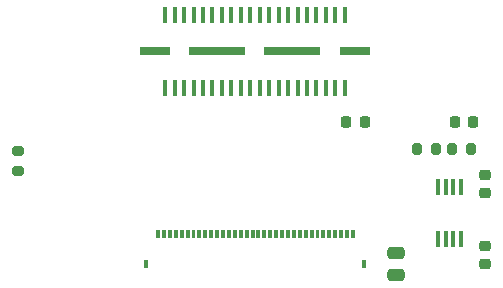
<source format=gbp>
G04 #@! TF.GenerationSoftware,KiCad,Pcbnew,8.0.4-1.fc40*
G04 #@! TF.CreationDate,2024-09-25T16:47:45-07:00*
G04 #@! TF.ProjectId,syzygy-dsi,73797a79-6779-42d6-9473-692e6b696361,A*
G04 #@! TF.SameCoordinates,Original*
G04 #@! TF.FileFunction,Paste,Bot*
G04 #@! TF.FilePolarity,Positive*
%FSLAX46Y46*%
G04 Gerber Fmt 4.6, Leading zero omitted, Abs format (unit mm)*
G04 Created by KiCad (PCBNEW 8.0.4-1.fc40) date 2024-09-25 16:47:45*
%MOMM*%
%LPD*%
G01*
G04 APERTURE LIST*
G04 Aperture macros list*
%AMRoundRect*
0 Rectangle with rounded corners*
0 $1 Rounding radius*
0 $2 $3 $4 $5 $6 $7 $8 $9 X,Y pos of 4 corners*
0 Add a 4 corners polygon primitive as box body*
4,1,4,$2,$3,$4,$5,$6,$7,$8,$9,$2,$3,0*
0 Add four circle primitives for the rounded corners*
1,1,$1+$1,$2,$3*
1,1,$1+$1,$4,$5*
1,1,$1+$1,$6,$7*
1,1,$1+$1,$8,$9*
0 Add four rect primitives between the rounded corners*
20,1,$1+$1,$2,$3,$4,$5,0*
20,1,$1+$1,$4,$5,$6,$7,0*
20,1,$1+$1,$6,$7,$8,$9,0*
20,1,$1+$1,$8,$9,$2,$3,0*%
G04 Aperture macros list end*
%ADD10C,0.010000*%
%ADD11RoundRect,0.200000X0.275000X-0.200000X0.275000X0.200000X-0.275000X0.200000X-0.275000X-0.200000X0*%
%ADD12R,2.540000X0.640000*%
%ADD13R,4.700000X0.640000*%
%ADD14R,0.460000X1.450000*%
%ADD15RoundRect,0.200000X-0.200000X-0.275000X0.200000X-0.275000X0.200000X0.275000X-0.200000X0.275000X0*%
%ADD16RoundRect,0.225000X0.225000X0.250000X-0.225000X0.250000X-0.225000X-0.250000X0.225000X-0.250000X0*%
%ADD17RoundRect,0.225000X-0.250000X0.225000X-0.250000X-0.225000X0.250000X-0.225000X0.250000X0.225000X0*%
%ADD18RoundRect,0.200000X0.200000X0.275000X-0.200000X0.275000X-0.200000X-0.275000X0.200000X-0.275000X0*%
%ADD19RoundRect,0.250000X0.475000X-0.250000X0.475000X0.250000X-0.475000X0.250000X-0.475000X-0.250000X0*%
%ADD20R,0.400000X0.800000*%
%ADD21R,0.450000X1.450000*%
%ADD22RoundRect,0.225000X-0.225000X-0.250000X0.225000X-0.250000X0.225000X0.250000X-0.225000X0.250000X0*%
%ADD23RoundRect,0.225000X0.250000X-0.225000X0.250000X0.225000X-0.250000X0.225000X-0.250000X-0.225000X0*%
G04 APERTURE END LIST*
D10*
G04 #@! TO.C,J2*
X134275320Y-81550000D02*
X134025320Y-81550000D01*
X134025320Y-80900000D01*
X134275320Y-80900000D01*
X134275320Y-81550000D01*
G36*
X134275320Y-81550000D02*
G01*
X134025320Y-81550000D01*
X134025320Y-80900000D01*
X134275320Y-80900000D01*
X134275320Y-81550000D01*
G37*
X134775320Y-81550000D02*
X134525320Y-81550000D01*
X134525320Y-80900000D01*
X134775320Y-80900000D01*
X134775320Y-81550000D01*
G36*
X134775320Y-81550000D02*
G01*
X134525320Y-81550000D01*
X134525320Y-80900000D01*
X134775320Y-80900000D01*
X134775320Y-81550000D01*
G37*
X135275320Y-81550000D02*
X135025320Y-81550000D01*
X135025320Y-80900000D01*
X135275320Y-80900000D01*
X135275320Y-81550000D01*
G36*
X135275320Y-81550000D02*
G01*
X135025320Y-81550000D01*
X135025320Y-80900000D01*
X135275320Y-80900000D01*
X135275320Y-81550000D01*
G37*
X135775320Y-81550000D02*
X135525320Y-81550000D01*
X135525320Y-80900000D01*
X135775320Y-80900000D01*
X135775320Y-81550000D01*
G36*
X135775320Y-81550000D02*
G01*
X135525320Y-81550000D01*
X135525320Y-80900000D01*
X135775320Y-80900000D01*
X135775320Y-81550000D01*
G37*
X136275320Y-81550000D02*
X136025320Y-81550000D01*
X136025320Y-80900000D01*
X136275320Y-80900000D01*
X136275320Y-81550000D01*
G36*
X136275320Y-81550000D02*
G01*
X136025320Y-81550000D01*
X136025320Y-80900000D01*
X136275320Y-80900000D01*
X136275320Y-81550000D01*
G37*
X136775320Y-81550000D02*
X136525320Y-81550000D01*
X136525320Y-80900000D01*
X136775320Y-80900000D01*
X136775320Y-81550000D01*
G36*
X136775320Y-81550000D02*
G01*
X136525320Y-81550000D01*
X136525320Y-80900000D01*
X136775320Y-80900000D01*
X136775320Y-81550000D01*
G37*
X137275320Y-81550000D02*
X137025320Y-81550000D01*
X137025320Y-80900000D01*
X137275320Y-80900000D01*
X137275320Y-81550000D01*
G36*
X137275320Y-81550000D02*
G01*
X137025320Y-81550000D01*
X137025320Y-80900000D01*
X137275320Y-80900000D01*
X137275320Y-81550000D01*
G37*
X137775320Y-81550000D02*
X137525320Y-81550000D01*
X137525320Y-80900000D01*
X137775320Y-80900000D01*
X137775320Y-81550000D01*
G36*
X137775320Y-81550000D02*
G01*
X137525320Y-81550000D01*
X137525320Y-80900000D01*
X137775320Y-80900000D01*
X137775320Y-81550000D01*
G37*
X138275320Y-81550000D02*
X138025320Y-81550000D01*
X138025320Y-80900000D01*
X138275320Y-80900000D01*
X138275320Y-81550000D01*
G36*
X138275320Y-81550000D02*
G01*
X138025320Y-81550000D01*
X138025320Y-80900000D01*
X138275320Y-80900000D01*
X138275320Y-81550000D01*
G37*
X138775320Y-81550000D02*
X138525320Y-81550000D01*
X138525320Y-80900000D01*
X138775320Y-80900000D01*
X138775320Y-81550000D01*
G36*
X138775320Y-81550000D02*
G01*
X138525320Y-81550000D01*
X138525320Y-80900000D01*
X138775320Y-80900000D01*
X138775320Y-81550000D01*
G37*
X139275320Y-81550000D02*
X139025320Y-81550000D01*
X139025320Y-80900000D01*
X139275320Y-80900000D01*
X139275320Y-81550000D01*
G36*
X139275320Y-81550000D02*
G01*
X139025320Y-81550000D01*
X139025320Y-80900000D01*
X139275320Y-80900000D01*
X139275320Y-81550000D01*
G37*
X139775320Y-81550000D02*
X139525320Y-81550000D01*
X139525320Y-80900000D01*
X139775320Y-80900000D01*
X139775320Y-81550000D01*
G36*
X139775320Y-81550000D02*
G01*
X139525320Y-81550000D01*
X139525320Y-80900000D01*
X139775320Y-80900000D01*
X139775320Y-81550000D01*
G37*
X140275320Y-81550000D02*
X140025320Y-81550000D01*
X140025320Y-80900000D01*
X140275320Y-80900000D01*
X140275320Y-81550000D01*
G36*
X140275320Y-81550000D02*
G01*
X140025320Y-81550000D01*
X140025320Y-80900000D01*
X140275320Y-80900000D01*
X140275320Y-81550000D01*
G37*
X140775320Y-81550000D02*
X140525320Y-81550000D01*
X140525320Y-80900000D01*
X140775320Y-80900000D01*
X140775320Y-81550000D01*
G36*
X140775320Y-81550000D02*
G01*
X140525320Y-81550000D01*
X140525320Y-80900000D01*
X140775320Y-80900000D01*
X140775320Y-81550000D01*
G37*
X141275320Y-81550000D02*
X141025320Y-81550000D01*
X141025320Y-80900000D01*
X141275320Y-80900000D01*
X141275320Y-81550000D01*
G36*
X141275320Y-81550000D02*
G01*
X141025320Y-81550000D01*
X141025320Y-80900000D01*
X141275320Y-80900000D01*
X141275320Y-81550000D01*
G37*
X141775320Y-81550000D02*
X141525320Y-81550000D01*
X141525320Y-80900000D01*
X141775320Y-80900000D01*
X141775320Y-81550000D01*
G36*
X141775320Y-81550000D02*
G01*
X141525320Y-81550000D01*
X141525320Y-80900000D01*
X141775320Y-80900000D01*
X141775320Y-81550000D01*
G37*
X142275320Y-81550000D02*
X142025320Y-81550000D01*
X142025320Y-80900000D01*
X142275320Y-80900000D01*
X142275320Y-81550000D01*
G36*
X142275320Y-81550000D02*
G01*
X142025320Y-81550000D01*
X142025320Y-80900000D01*
X142275320Y-80900000D01*
X142275320Y-81550000D01*
G37*
X142775320Y-81550000D02*
X142525320Y-81550000D01*
X142525320Y-80900000D01*
X142775320Y-80900000D01*
X142775320Y-81550000D01*
G36*
X142775320Y-81550000D02*
G01*
X142525320Y-81550000D01*
X142525320Y-80900000D01*
X142775320Y-80900000D01*
X142775320Y-81550000D01*
G37*
X143275320Y-81550000D02*
X143025320Y-81550000D01*
X143025320Y-80900000D01*
X143275320Y-80900000D01*
X143275320Y-81550000D01*
G36*
X143275320Y-81550000D02*
G01*
X143025320Y-81550000D01*
X143025320Y-80900000D01*
X143275320Y-80900000D01*
X143275320Y-81550000D01*
G37*
X143775320Y-81550000D02*
X143525320Y-81550000D01*
X143525320Y-80900000D01*
X143775320Y-80900000D01*
X143775320Y-81550000D01*
G36*
X143775320Y-81550000D02*
G01*
X143525320Y-81550000D01*
X143525320Y-80900000D01*
X143775320Y-80900000D01*
X143775320Y-81550000D01*
G37*
X144275320Y-81550000D02*
X144025320Y-81550000D01*
X144025320Y-80900000D01*
X144275320Y-80900000D01*
X144275320Y-81550000D01*
G36*
X144275320Y-81550000D02*
G01*
X144025320Y-81550000D01*
X144025320Y-80900000D01*
X144275320Y-80900000D01*
X144275320Y-81550000D01*
G37*
X144775320Y-81550000D02*
X144525320Y-81550000D01*
X144525320Y-80900000D01*
X144775320Y-80900000D01*
X144775320Y-81550000D01*
G36*
X144775320Y-81550000D02*
G01*
X144525320Y-81550000D01*
X144525320Y-80900000D01*
X144775320Y-80900000D01*
X144775320Y-81550000D01*
G37*
X145275320Y-81550000D02*
X145025320Y-81550000D01*
X145025320Y-80900000D01*
X145275320Y-80900000D01*
X145275320Y-81550000D01*
G36*
X145275320Y-81550000D02*
G01*
X145025320Y-81550000D01*
X145025320Y-80900000D01*
X145275320Y-80900000D01*
X145275320Y-81550000D01*
G37*
X145775320Y-81550000D02*
X145525320Y-81550000D01*
X145525320Y-80900000D01*
X145775320Y-80900000D01*
X145775320Y-81550000D01*
G36*
X145775320Y-81550000D02*
G01*
X145525320Y-81550000D01*
X145525320Y-80900000D01*
X145775320Y-80900000D01*
X145775320Y-81550000D01*
G37*
X146275320Y-81550000D02*
X146025320Y-81550000D01*
X146025320Y-80900000D01*
X146275320Y-80900000D01*
X146275320Y-81550000D01*
G36*
X146275320Y-81550000D02*
G01*
X146025320Y-81550000D01*
X146025320Y-80900000D01*
X146275320Y-80900000D01*
X146275320Y-81550000D01*
G37*
X146775320Y-81550000D02*
X146525320Y-81550000D01*
X146525320Y-80900000D01*
X146775320Y-80900000D01*
X146775320Y-81550000D01*
G36*
X146775320Y-81550000D02*
G01*
X146525320Y-81550000D01*
X146525320Y-80900000D01*
X146775320Y-80900000D01*
X146775320Y-81550000D01*
G37*
X147275320Y-81550000D02*
X147025320Y-81550000D01*
X147025320Y-80900000D01*
X147275320Y-80900000D01*
X147275320Y-81550000D01*
G36*
X147275320Y-81550000D02*
G01*
X147025320Y-81550000D01*
X147025320Y-80900000D01*
X147275320Y-80900000D01*
X147275320Y-81550000D01*
G37*
X147775320Y-81550000D02*
X147525320Y-81550000D01*
X147525320Y-80900000D01*
X147775320Y-80900000D01*
X147775320Y-81550000D01*
G36*
X147775320Y-81550000D02*
G01*
X147525320Y-81550000D01*
X147525320Y-80900000D01*
X147775320Y-80900000D01*
X147775320Y-81550000D01*
G37*
X148275320Y-81550000D02*
X148025320Y-81550000D01*
X148025320Y-80900000D01*
X148275320Y-80900000D01*
X148275320Y-81550000D01*
G36*
X148275320Y-81550000D02*
G01*
X148025320Y-81550000D01*
X148025320Y-80900000D01*
X148275320Y-80900000D01*
X148275320Y-81550000D01*
G37*
X148775320Y-81550000D02*
X148525320Y-81550000D01*
X148525320Y-80900000D01*
X148775320Y-80900000D01*
X148775320Y-81550000D01*
G36*
X148775320Y-81550000D02*
G01*
X148525320Y-81550000D01*
X148525320Y-80900000D01*
X148775320Y-80900000D01*
X148775320Y-81550000D01*
G37*
X149275320Y-81550000D02*
X149025320Y-81550000D01*
X149025320Y-80900000D01*
X149275320Y-80900000D01*
X149275320Y-81550000D01*
G36*
X149275320Y-81550000D02*
G01*
X149025320Y-81550000D01*
X149025320Y-80900000D01*
X149275320Y-80900000D01*
X149275320Y-81550000D01*
G37*
X149775320Y-81550000D02*
X149525320Y-81550000D01*
X149525320Y-80900000D01*
X149775320Y-80900000D01*
X149775320Y-81550000D01*
G36*
X149775320Y-81550000D02*
G01*
X149525320Y-81550000D01*
X149525320Y-80900000D01*
X149775320Y-80900000D01*
X149775320Y-81550000D01*
G37*
X150275320Y-81550000D02*
X150025320Y-81550000D01*
X150025320Y-80900000D01*
X150275320Y-80900000D01*
X150275320Y-81550000D01*
G36*
X150275320Y-81550000D02*
G01*
X150025320Y-81550000D01*
X150025320Y-80900000D01*
X150275320Y-80900000D01*
X150275320Y-81550000D01*
G37*
X150775320Y-81550000D02*
X150525320Y-81550000D01*
X150525320Y-80900000D01*
X150775320Y-80900000D01*
X150775320Y-81550000D01*
G36*
X150775320Y-81550000D02*
G01*
X150525320Y-81550000D01*
X150525320Y-80900000D01*
X150775320Y-80900000D01*
X150775320Y-81550000D01*
G37*
G04 #@! TD*
D11*
G04 #@! TO.C,R1*
X122300000Y-75925000D03*
X122300000Y-74275000D03*
G04 #@! TD*
D12*
G04 #@! TO.C,J1*
X133955320Y-65800000D03*
D13*
X139225320Y-65800000D03*
X145575320Y-65800000D03*
D12*
X150845320Y-65800000D03*
D14*
X134800320Y-68890000D03*
X134800320Y-62710000D03*
X135600320Y-68890000D03*
X135600320Y-62710000D03*
X136400320Y-68890000D03*
X136400320Y-62710000D03*
X137200320Y-68890000D03*
X137200320Y-62710000D03*
X138000320Y-68890000D03*
X138000320Y-62710000D03*
X138800320Y-68890000D03*
X138800320Y-62710000D03*
X139600320Y-68890000D03*
X139600320Y-62710000D03*
X140400320Y-68890000D03*
X140400320Y-62710000D03*
X141200320Y-68890000D03*
X141200320Y-62710000D03*
X142000320Y-68890000D03*
X142000320Y-62710000D03*
X142800320Y-68890000D03*
X142800320Y-62710000D03*
X143600320Y-68890000D03*
X143600320Y-62710000D03*
X144400320Y-68890000D03*
X144400320Y-62710000D03*
X145200320Y-68890000D03*
X145200320Y-62710000D03*
X146000320Y-68890000D03*
X146000320Y-62710000D03*
X146800320Y-68890000D03*
X146800320Y-62710000D03*
X147600320Y-68890000D03*
X147600320Y-62710000D03*
X148400320Y-68890000D03*
X148400320Y-62710000D03*
X149200320Y-68890000D03*
X149200320Y-62710000D03*
X150000320Y-68890000D03*
X150000320Y-62710000D03*
G04 #@! TD*
D15*
G04 #@! TO.C,R3*
X156075000Y-74025000D03*
X157725000Y-74025000D03*
G04 #@! TD*
D16*
G04 #@! TO.C,C3*
X160875000Y-71800000D03*
X159325000Y-71800000D03*
G04 #@! TD*
D17*
G04 #@! TO.C,C1*
X161900000Y-82250000D03*
X161900000Y-83800000D03*
G04 #@! TD*
D18*
G04 #@! TO.C,R2*
X160725000Y-74025000D03*
X159075000Y-74025000D03*
G04 #@! TD*
D19*
G04 #@! TO.C,C5*
X154300000Y-84749999D03*
X154300000Y-82850001D03*
G04 #@! TD*
D20*
G04 #@! TO.C,J2*
X133150320Y-83800000D03*
X151650320Y-83800000D03*
G04 #@! TD*
D21*
G04 #@! TO.C,U1*
X159850000Y-81661048D03*
X159200000Y-81661048D03*
X158550000Y-81661048D03*
X157900000Y-81661048D03*
X157900000Y-77261048D03*
X158550000Y-77261048D03*
X159200000Y-77261048D03*
X159850000Y-77261048D03*
G04 #@! TD*
D22*
G04 #@! TO.C,C4*
X150125000Y-71800000D03*
X151675000Y-71800000D03*
G04 #@! TD*
D23*
G04 #@! TO.C,C2*
X161900000Y-77800000D03*
X161900000Y-76250000D03*
G04 #@! TD*
M02*

</source>
